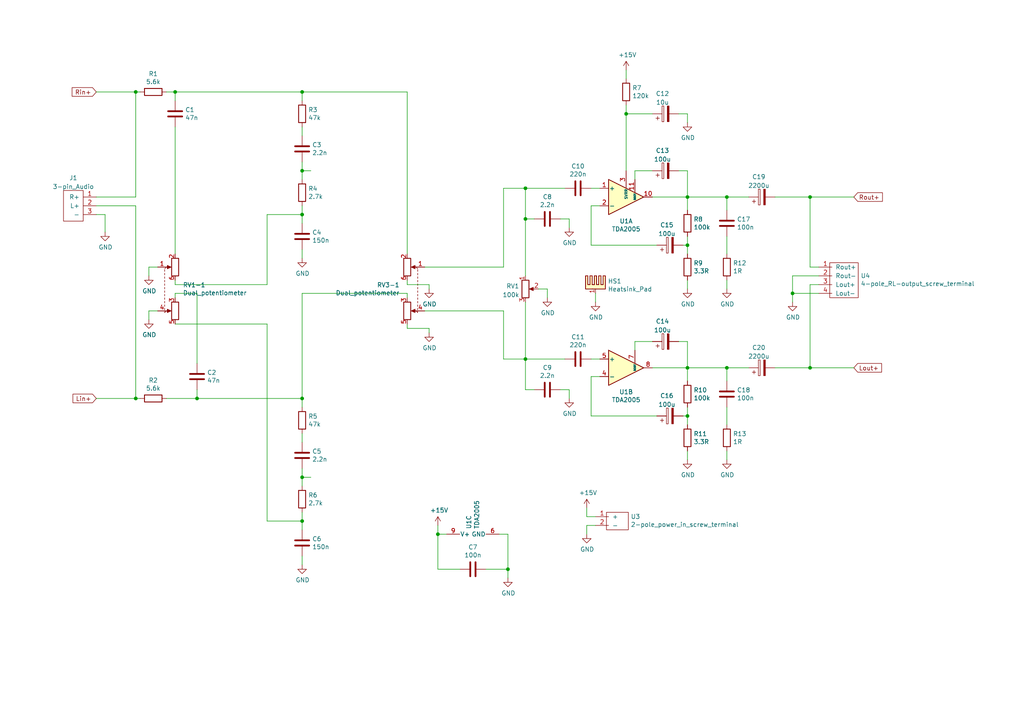
<source format=kicad_sch>
(kicad_sch (version 20231120) (generator "eeschema") (generator_version "8.0")
  (paper "A4")
  (lib_symbols
    (symbol "Amplifier_Audio:TDA2005" (pin_names (offset 0.127))
      (property "Reference" "U" (at 7.62 6.35 0))
      (property "Value" "TDA2005" (at 7.62 3.81 0))
      (symbol "TDA2005_1_1"
        (polyline (pts (xy -5.08 5.08) (xy 5.08 0) (xy -5.08 -5.08) (xy -5.08 5.08)) (stroke (width 0.254)) (fill (type background)))
        (pin input line (at -7.62 2.54 0) (length 2.54) (name "+") (number "1"))
        (pin output line (at 7.62 0 180) (length 2.54) (name "~") (number "10"))
        (pin passive line (at 2.54 5.08 270) (length 3.81) (name "BOOT") (number "11"))
        (pin input line (at -7.62 -2.54 0) (length 2.54) (name "-") (number "2"))
        (pin passive line (at 0 7.62 270) (length 5.08) (name "SVRR") (number "3"))
      )
      (symbol "TDA2005_2_1"
        (polyline (pts (xy -5.08 5.08) (xy 5.08 0) (xy -5.08 -5.08) (xy -5.08 5.08)) (stroke (width 0.254)) (fill (type background)))
        (pin input line (at -7.62 -2.54 0) (length 2.54) (name "-") (number "4"))
        (pin input line (at -7.62 2.54 0) (length 2.54) (name "+") (number "5"))
        (pin passive line (at 2.54 5.08 270) (length 3.81) (name "BOOT") (number "7"))
        (pin output line (at 7.62 0 180) (length 2.54) (name "~") (number "8"))
      )
      (symbol "TDA2005_3_1"
        (pin power_in line (at -2.54 -7.62 90) (length 3.81) (name "GND") (number "6"))
        (pin power_in line (at -2.54 7.62 270) (length 3.81) (name "V+") (number "9"))
      )
    )
    (symbol "Device:C" (pin_numbers hide) (pin_names (offset 0.254))
      (property "Reference" "C" (at 0.635 2.54 0))
      (property "Value" "C" (at 0.635 -2.54 0))
      (symbol "C_0_1"
        (polyline (pts (xy -2.032 -0.762) (xy 2.032 -0.762)) (stroke (width 0.508)))
        (polyline (pts (xy -2.032 0.762) (xy 2.032 0.762)) (stroke (width 0.508)))
      )
      (symbol "C_1_1"
        (pin passive line (at 0 3.81 270) (length 2.794) (name "~") (number "1"))
        (pin passive line (at 0 -3.81 90) (length 2.794) (name "~") (number "2"))
      )
    )
    (symbol "Device:C_Polarized" (pin_numbers hide) (pin_names (offset 0.254))
      (property "Reference" "C" (at 0.635 2.54 0))
      (property "Value" "C_Polarized" (at 0.635 -2.54 0))
      (symbol "C_Polarized_0_1"
        (rectangle (start -2.286 0.508) (end 2.286 1.016))
        (polyline (pts (xy -1.778 2.286) (xy -0.762 2.286)))
        (polyline (pts (xy -1.27 2.794) (xy -1.27 1.778)))
        (rectangle (start 2.286 -0.508) (end -2.286 -1.016) (fill (type outline)))
      )
      (symbol "C_Polarized_1_1"
        (pin passive line (at 0 3.81 270) (length 2.794) (name "~") (number "1"))
        (pin passive line (at 0 -3.81 90) (length 2.794) (name "~") (number "2"))
      )
    )
    (symbol "Device:R" (pin_numbers hide) (pin_names (offset 0))
      (property "Reference" "R" (at 2.032 0 90))
      (property "Value" "R" (at 0 0 90))
      (symbol "R_0_1"
        (rectangle (start -1.016 -2.54) (end 1.016 2.54) (stroke (width 0.254)))
      )
      (symbol "R_1_1"
        (pin passive line (at 0 3.81 270) (length 1.27) (name "~") (number "1"))
        (pin passive line (at 0 -3.81 90) (length 1.27) (name "~") (number "2"))
      )
    )
    (symbol "Device:R_Potentiometer" (pin_names (offset 1.016) hide)
      (property "Reference" "RV" (at -4.445 0 90))
      (property "Value" "R_Potentiometer" (at -2.54 0 90))
      (symbol "R_Potentiometer_0_1"
        (polyline (pts (xy 2.54 0) (xy 1.524 0)))
        (polyline (pts (xy 1.143 0) (xy 2.286 0.508) (xy 2.286 -0.508) (xy 1.143 0)) (fill (type outline)))
        (rectangle (start 1.016 2.54) (end -1.016 -2.54) (stroke (width 0.254)))
      )
      (symbol "R_Potentiometer_1_1"
        (pin passive line (at 0 3.81 270) (length 1.27) (name "1") (number "1"))
        (pin passive line (at 3.81 0 180) (length 1.27) (name "2") (number "2"))
        (pin passive line (at 0 -3.81 90) (length 1.27) (name "3") (number "3"))
      )
    )
    (symbol "Mechanical:Heatsink_Pad" (pin_names (offset 0))
      (property "Reference" "HS" (at 0 5.715 0))
      (property "Value" "Heatsink_Pad" (at 0 3.81 0))
      (symbol "Heatsink_Pad_0_1"
        (polyline (pts (xy -0.3302 0) (xy -0.9652 0) (xy -0.9652 2.54) (xy -1.6002 2.54) (xy -1.6002 0) (xy -2.2352 0) (xy -2.2352 2.54) (xy -2.8702 2.54) (xy -2.8702 -1.27) (xy -0.9652 -1.27)) (stroke (width 0.254)) (fill (type background)))
        (polyline (pts (xy -0.3302 0) (xy -0.3302 2.54) (xy 0.3048 2.54) (xy 0.3048 0) (xy 0.9398 0) (xy 0.9398 2.54) (xy 1.5748 2.54) (xy 1.5748 0) (xy 2.2098 0) (xy 2.2098 2.54) (xy 2.8448 2.54) (xy 2.8448 -1.27) (xy -0.9652 -1.27)) (stroke (width 0.254)) (fill (type background)))
      )
      (symbol "Heatsink_Pad_1_1"
        (pin passive line (at 0 -2.54 90) (length 1.27) (name "~") (number "1"))
      )
    )
    (symbol "My_Headers:3-pin_Audio" (pin_names (offset 1.016))
      (property "Reference" "J" (at -0.635 6.35 0))
      (property "Value" "3-pin_Audio" (at 2.54 -5.715 0))
      (symbol "3-pin_Audio_0_1"
        (polyline (pts (xy -1.27 4.445) (xy 4.445 4.445) (xy 4.445 -3.81) (xy 4.445 -4.445) (xy -1.27 -4.445) (xy -1.27 4.445)) (stroke (width 0.1524)))
      )
      (symbol "3-pin_Audio_1_1"
        (pin bidirectional line (at -5.08 2.54 0) (length 3.81) (name "R+") (number "1"))
        (pin bidirectional line (at -5.08 0 0) (length 3.81) (name "L+") (number "2"))
        (pin bidirectional line (at -5.08 -2.54 0) (length 3.81) (name "-") (number "3"))
      )
    )
    (symbol "My_Parts:2-pole_power_in_screw_terminal" (pin_names (offset 1.016))
      (property "Reference" "U" (at 4.445 3.175 0))
      (property "Value" "2-pole_power_in_screw_terminal" (at 6.35 -5.715 0))
      (symbol "2-pole_power_in_screw_terminal_0_1"
        (rectangle (start 3.175 1.27) (end 9.525 -3.81))
      )
      (symbol "2-pole_power_in_screw_terminal_1_1"
        (pin power_in line (at 0 0 0) (length 3.81) (name "+") (number "1"))
        (pin power_in line (at 0 -2.54 0) (length 3.81) (name "-") (number "2"))
      )
    )
    (symbol "My_Parts:4-pole_RL-output_screw_terminal" (pin_names (offset 1.016))
      (property "Reference" "U" (at 4.445 3.175 0))
      (property "Value" "4-pole_RL-output_screw_terminal" (at 6.35 -10.795 0))
      (symbol "4-pole_RL-output_screw_terminal_0_1"
        (rectangle (start 3.175 1.27) (end 11.43 -8.89))
      )
      (symbol "4-pole_RL-output_screw_terminal_1_1"
        (pin output line (at 0 0 0) (length 3.81) (name "Rout+") (number "1"))
        (pin output line (at 0 -2.54 0) (length 3.81) (name "Rout-") (number "2"))
        (pin output line (at 0 -5.08 0) (length 3.81) (name "Lout+") (number "3"))
        (pin output line (at 0 -7.62 0) (length 3.81) (name "Lout-") (number "4"))
      )
    )
    (symbol "My_Parts:Dual_potentiometer" (pin_names (offset 1.016) hide)
      (property "Reference" "RV" (at 0 3.81 0))
      (property "Value" "Dual_potentiometer" (at 0 1.905 0))
      (symbol "Dual_potentiometer_0_1"
        (rectangle (start -8.89 -1.524) (end -3.81 -3.556) (stroke (width 0.254)))
        (polyline (pts (xy -6.35 0) (xy -6.35 -1.016)))
        (polyline (pts (xy -6.35 0) (xy -6.35 -1.016)))
        (polyline (pts (xy -6.35 0) (xy -5.842 0.508)))
        (polyline (pts (xy -5.588 0.508) (xy -5.08 0.508)))
        (polyline (pts (xy -4.572 0.508) (xy -4.064 0.508)))
        (polyline (pts (xy -3.556 0.508) (xy -3.048 0.508)))
        (polyline (pts (xy -2.54 0.508) (xy -2.032 0.508)))
        (polyline (pts (xy -1.524 0.508) (xy -1.016 0.508)))
        (polyline (pts (xy -0.508 0.508) (xy 0 0.508)))
        (polyline (pts (xy 0.508 0.508) (xy 1.016 0.508)))
        (polyline (pts (xy 1.524 0.508) (xy 2.032 0.508)))
        (polyline (pts (xy 2.54 0.508) (xy 3.048 0.508)))
        (polyline (pts (xy 3.556 0.508) (xy 4.064 0.508)))
        (polyline (pts (xy 4.572 0.508) (xy 5.08 0.508)))
        (polyline (pts (xy 5.588 0.508) (xy 6.096 0.508)))
        (polyline (pts (xy 6.35 0) (xy 6.35 -1.016)))
        (polyline (pts (xy 6.35 0) (xy 6.35 -1.016)))
        (polyline (pts (xy 6.604 0.508) (xy 6.858 0.508) (xy 6.35 0)))
        (polyline (pts (xy -6.35 -1.397) (xy -6.858 -0.254) (xy -5.842 -0.254) (xy -6.35 -1.397)) (fill (type outline)))
        (polyline (pts (xy 6.35 -1.397) (xy 5.842 -0.254) (xy 6.858 -0.254) (xy 6.35 -1.397)) (fill (type outline)))
        (rectangle (start 3.81 -1.524) (end 8.89 -3.556) (stroke (width 0.254)))
      )
      (symbol "Dual_potentiometer_1_1"
        (pin passive line (at -6.35 2.54 270) (length 2.54) (name "2") (number "1"))
        (pin passive line (at -10.16 -2.54 0) (length 1.27) (name "1") (number "2"))
        (pin passive line (at 2.54 -2.54 0) (length 1.27) (name "4") (number "3"))
        (pin passive line (at 6.35 2.54 270) (length 2.54) (name "5") (number "4"))
        (pin passive line (at 10.16 -2.54 180) (length 1.27) (name "6") (number "5"))
        (pin passive line (at -2.54 -2.54 180) (length 1.27) (name "3") (number "6"))
      )
    )
    (symbol "power:+15V" (power) (pin_names (offset 0))
      (property "Value" "+15V" (at 0 3.556 0))
      (symbol "+15V_0_1"
        (polyline (pts (xy -0.762 1.27) (xy 0 2.54)))
        (polyline (pts (xy 0 0) (xy 0 2.54)))
        (polyline (pts (xy 0 2.54) (xy 0.762 1.27)))
      )
      (symbol "+15V_1_1"
        (pin power_in line (at 0 0 90) (length 0) hide (name "+15V") (number "1"))
      )
    )
    (symbol "power:GND" (power) (pin_names (offset 0))
      (property "Value" "GND" (at 0 -3.81 0))
      (symbol "GND_0_1"
        (polyline (pts (xy 0 0) (xy 0 -1.27) (xy 1.27 -1.27) (xy 0 -2.54) (xy -1.27 -1.27) (xy 0 -1.27)))
      )
      (symbol "GND_1_1"
        (pin power_in line (at 0 0 270) (length 0) hide (name "GND") (number "1"))
      )
    )
  )
  (junction (at 87.63 138.43))
  (junction (at 229.87 85.09))
  (junction (at 147.32 165.1))
  (junction (at 234.95 57.15))
  (junction (at 234.95 106.68))
  (junction (at 39.37 26.67))
  (junction (at 127 154.94))
  (junction (at 87.63 115.57))
  (junction (at 39.37 115.57))
  (junction (at 199.39 120.65))
  (junction (at 199.39 57.15))
  (junction (at 181.61 33.02))
  (junction (at 57.15 115.57))
  (junction (at 199.39 106.68))
  (junction (at 152.4 104.14))
  (junction (at 152.4 54.61))
  (junction (at 210.82 106.68))
  (junction (at 152.4 63.5))
  (junction (at 87.63 151.13))
  (junction (at 199.39 71.12))
  (junction (at 87.63 62.23))
  (junction (at 87.63 26.67))
  (junction (at 87.63 49.53))
  (junction (at 50.8 26.67))
  (junction (at 210.82 57.15))
  (wire (pts (xy 199.39 123.19) (xy 199.39 120.65)))
  (wire (pts (xy 87.63 49.53) (xy 90.17 49.53)))
  (wire (pts (xy 181.61 33.02) (xy 181.61 49.53)))
  (wire (pts (xy 199.39 99.06) (xy 199.39 106.68)))
  (wire (pts (xy 181.61 30.48) (xy 181.61 33.02)))
  (wire (pts (xy 30.48 62.23) (xy 27.94 62.23)))
  (wire (pts (xy 87.63 62.23) (xy 87.63 64.77)))
  (wire (pts (xy 129.54 154.94) (xy 127 154.94)))
  (wire (pts (xy 217.17 106.68) (xy 210.82 106.68)))
  (wire (pts (xy 173.99 54.61) (xy 171.45 54.61)))
  (wire (pts (xy 118.11 95.25) (xy 118.11 93.98)))
  (wire (pts (xy 196.85 99.06) (xy 199.39 99.06)))
  (wire (pts (xy 210.82 81.28) (xy 210.82 83.82)))
  (wire (pts (xy 146.05 90.17) (xy 146.05 104.14)))
  (wire (pts (xy 190.5 120.65) (xy 171.45 120.65)))
  (wire (pts (xy 87.63 85.09) (xy 118.11 85.09)))
  (wire (pts (xy 199.39 57.15) (xy 189.23 57.15)))
  (wire (pts (xy 39.37 115.57) (xy 27.94 115.57)))
  (wire (pts (xy 165.1 113.03) (xy 162.56 113.03)))
  (wire (pts (xy 152.4 54.61) (xy 163.83 54.61)))
  (wire (pts (xy 199.39 120.65) (xy 198.12 120.65)))
  (wire (pts (xy 50.8 85.09) (xy 57.15 85.09)))
  (wire (pts (xy 229.87 85.09) (xy 229.87 80.01)))
  (wire (pts (xy 50.8 26.67) (xy 50.8 29.21)))
  (wire (pts (xy 237.49 85.09) (xy 229.87 85.09)))
  (wire (pts (xy 57.15 113.03) (xy 57.15 115.57)))
  (wire (pts (xy 147.32 167.64) (xy 147.32 165.1)))
  (wire (pts (xy 247.65 57.15) (xy 234.95 57.15)))
  (wire (pts (xy 50.8 81.28) (xy 50.8 82.55)))
  (wire (pts (xy 190.5 71.12) (xy 171.45 71.12)))
  (wire (pts (xy 163.83 104.14) (xy 152.4 104.14)))
  (wire (pts (xy 87.63 72.39) (xy 87.63 74.93)))
  (wire (pts (xy 127 154.94) (xy 127 152.4)))
  (wire (pts (xy 189.23 33.02) (xy 181.61 33.02)))
  (wire (pts (xy 154.94 113.03) (xy 152.4 113.03)))
  (wire (pts (xy 173.99 104.14) (xy 171.45 104.14)))
  (wire (pts (xy 234.95 57.15) (xy 224.79 57.15)))
  (wire (pts (xy 171.45 59.69) (xy 173.99 59.69)))
  (wire (pts (xy 199.39 68.58) (xy 199.39 71.12)))
  (wire (pts (xy 184.15 49.53) (xy 184.15 52.07)))
  (wire (pts (xy 127 165.1) (xy 133.35 165.1)))
  (wire (pts (xy 43.18 77.47) (xy 43.18 80.01)))
  (wire (pts (xy 87.63 36.83) (xy 87.63 39.37)))
  (wire (pts (xy 45.72 77.47) (xy 43.18 77.47)))
  (wire (pts (xy 87.63 151.13) (xy 87.63 153.67)))
  (wire (pts (xy 146.05 104.14) (xy 152.4 104.14)))
  (wire (pts (xy 39.37 26.67) (xy 27.94 26.67)))
  (wire (pts (xy 229.87 80.01) (xy 237.49 80.01)))
  (wire (pts (xy 50.8 73.66) (xy 50.8 36.83)))
  (wire (pts (xy 27.94 57.15) (xy 39.37 57.15)))
  (wire (pts (xy 146.05 77.47) (xy 146.05 54.61)))
  (wire (pts (xy 87.63 26.67) (xy 50.8 26.67)))
  (wire (pts (xy 199.39 130.81) (xy 199.39 133.35)))
  (wire (pts (xy 199.39 33.02) (xy 196.85 33.02)))
  (wire (pts (xy 50.8 86.36) (xy 50.8 85.09)))
  (wire (pts (xy 124.46 95.25) (xy 124.46 96.52)))
  (wire (pts (xy 147.32 154.94) (xy 147.32 165.1)))
  (wire (pts (xy 87.63 135.89) (xy 87.63 138.43)))
  (wire (pts (xy 39.37 59.69) (xy 27.94 59.69)))
  (wire (pts (xy 87.63 46.99) (xy 87.63 49.53)))
  (wire (pts (xy 199.39 35.56) (xy 199.39 33.02)))
  (wire (pts (xy 147.32 165.1) (xy 140.97 165.1)))
  (wire (pts (xy 210.82 118.11) (xy 210.82 123.19)))
  (wire (pts (xy 50.8 82.55) (xy 77.47 82.55)))
  (wire (pts (xy 170.18 149.86) (xy 170.18 147.32)))
  (wire (pts (xy 229.87 87.63) (xy 229.87 85.09)))
  (wire (pts (xy 87.63 115.57) (xy 87.63 118.11)))
  (wire (pts (xy 237.49 82.55) (xy 234.95 82.55)))
  (wire (pts (xy 154.94 63.5) (xy 152.4 63.5)))
  (wire (pts (xy 171.45 71.12) (xy 171.45 59.69)))
  (wire (pts (xy 87.63 85.09) (xy 87.63 115.57)))
  (wire (pts (xy 165.1 63.5) (xy 162.56 63.5)))
  (wire (pts (xy 171.45 109.22) (xy 173.99 109.22)))
  (wire (pts (xy 124.46 95.25) (xy 118.11 95.25)))
  (wire (pts (xy 199.39 57.15) (xy 210.82 57.15)))
  (wire (pts (xy 189.23 49.53) (xy 184.15 49.53)))
  (wire (pts (xy 170.18 152.4) (xy 170.18 154.94)))
  (wire (pts (xy 189.23 99.06) (xy 184.15 99.06)))
  (wire (pts (xy 118.11 81.28) (xy 118.11 82.55)))
  (wire (pts (xy 123.19 90.17) (xy 146.05 90.17)))
  (wire (pts (xy 199.39 106.68) (xy 210.82 106.68)))
  (wire (pts (xy 234.95 106.68) (xy 247.65 106.68)))
  (wire (pts (xy 199.39 60.96) (xy 199.39 57.15)))
  (wire (pts (xy 234.95 77.47) (xy 234.95 57.15)))
  (wire (pts (xy 210.82 130.81) (xy 210.82 133.35)))
  (wire (pts (xy 199.39 81.28) (xy 199.39 83.82)))
  (wire (pts (xy 40.64 26.67) (xy 39.37 26.67)))
  (wire (pts (xy 57.15 85.09) (xy 57.15 105.41)))
  (wire (pts (xy 152.4 63.5) (xy 152.4 54.61)))
  (wire (pts (xy 118.11 73.66) (xy 118.11 26.67)))
  (wire (pts (xy 87.63 59.69) (xy 87.63 62.23)))
  (wire (pts (xy 87.63 161.29) (xy 87.63 163.83)))
  (wire (pts (xy 152.4 80.01) (xy 152.4 63.5)))
  (wire (pts (xy 118.11 86.36) (xy 118.11 85.09)))
  (wire (pts (xy 87.63 138.43) (xy 90.17 138.43)))
  (wire (pts (xy 234.95 82.55) (xy 234.95 106.68)))
  (wire (pts (xy 77.47 151.13) (xy 87.63 151.13)))
  (wire (pts (xy 146.05 54.61) (xy 152.4 54.61)))
  (wire (pts (xy 156.21 83.82) (xy 158.75 83.82)))
  (wire (pts (xy 87.63 148.59) (xy 87.63 151.13)))
  (wire (pts (xy 210.82 57.15) (xy 210.82 60.96)))
  (wire (pts (xy 237.49 77.47) (xy 234.95 77.47)))
  (wire (pts (xy 127 154.94) (xy 127 165.1)))
  (wire (pts (xy 144.78 154.94) (xy 147.32 154.94)))
  (wire (pts (xy 77.47 62.23) (xy 87.63 62.23)))
  (wire (pts (xy 123.19 77.47) (xy 146.05 77.47)))
  (wire (pts (xy 172.72 149.86) (xy 170.18 149.86)))
  (wire (pts (xy 158.75 83.82) (xy 158.75 86.36)))
  (wire (pts (xy 199.39 71.12) (xy 198.12 71.12)))
  (wire (pts (xy 87.63 26.67) (xy 87.63 29.21)))
  (wire (pts (xy 199.39 106.68) (xy 189.23 106.68)))
  (wire (pts (xy 40.64 115.57) (xy 39.37 115.57)))
  (wire (pts (xy 57.15 115.57) (xy 48.26 115.57)))
  (wire (pts (xy 199.39 118.11) (xy 199.39 120.65)))
  (wire (pts (xy 43.18 90.17) (xy 43.18 92.71)))
  (wire (pts (xy 199.39 49.53) (xy 199.39 57.15)))
  (wire (pts (xy 171.45 120.65) (xy 171.45 109.22)))
  (wire (pts (xy 87.63 125.73) (xy 87.63 128.27)))
  (wire (pts (xy 30.48 62.23) (xy 30.48 67.31)))
  (wire (pts (xy 224.79 106.68) (xy 234.95 106.68)))
  (wire (pts (xy 172.72 85.09) (xy 172.72 87.63)))
  (wire (pts (xy 196.85 49.53) (xy 199.39 49.53)))
  (wire (pts (xy 217.17 57.15) (xy 210.82 57.15)))
  (wire (pts (xy 152.4 104.14) (xy 152.4 113.03)))
  (wire (pts (xy 165.1 66.04) (xy 165.1 63.5)))
  (wire (pts (xy 181.61 22.86) (xy 181.61 20.32)))
  (wire (pts (xy 77.47 93.98) (xy 77.47 151.13)))
  (wire (pts (xy 152.4 104.14) (xy 152.4 87.63)))
  (wire (pts (xy 57.15 115.57) (xy 87.63 115.57)))
  (wire (pts (xy 184.15 99.06) (xy 184.15 101.6)))
  (wire (pts (xy 87.63 138.43) (xy 87.63 140.97)))
  (wire (pts (xy 199.39 110.49) (xy 199.39 106.68)))
  (wire (pts (xy 77.47 82.55) (xy 77.47 62.23)))
  (wire (pts (xy 50.8 93.98) (xy 77.47 93.98)))
  (wire (pts (xy 124.46 82.55) (xy 124.46 83.82)))
  (wire (pts (xy 118.11 82.55) (xy 124.46 82.55)))
  (wire (pts (xy 210.82 68.58) (xy 210.82 73.66)))
  (wire (pts (xy 39.37 57.15) (xy 39.37 26.67)))
  (wire (pts (xy 199.39 73.66) (xy 199.39 71.12)))
  (wire (pts (xy 165.1 115.57) (xy 165.1 113.03)))
  (wire (pts (xy 87.63 49.53) (xy 87.63 52.07)))
  (wire (pts (xy 50.8 26.67) (xy 48.26 26.67)))
  (wire (pts (xy 39.37 59.69) (xy 39.37 115.57)))
  (wire (pts (xy 210.82 106.68) (xy 210.82 110.49)))
  (wire (pts (xy 118.11 26.67) (xy 87.63 26.67)))
  (wire (pts (xy 172.72 152.4) (xy 170.18 152.4)))
  (wire (pts (xy 43.18 90.17) (xy 45.72 90.17)))
  (global_label "Rout+" (shape input) (at 247.65 57.15 0) (property "Intersheetrefs" "${INTERSHEET_REFS}" (effects (hide yes))))
  (global_label "Lout+" (shape input) (at 247.65 106.68 0) (property "Intersheetrefs" "${INTERSHEET_REFS}" (effects (hide yes))))
  (global_label "Rin+" (shape input) (at 27.94 26.67 180) (property "Intersheetrefs" "${INTERSHEET_REFS}" (effects (hide yes))))
  (global_label "Lin+" (shape input) (at 27.94 115.57 180) (property "Intersheetrefs" "${INTERSHEET_REFS}" (effects (hide yes))))
  (symbol (lib_id "Amplifier_Audio:TDA2005") (at 181.61 57.15 0) (unit 1)
    (property "Reference" "U1" (at 181.61 64.135 0))
    (property "Value" "TDA2005" (at 181.61 66.4464 0))
    (property "Footprint" "My_Misc:TO-220-11_P3.4x5.08mm_StaggerOdd_Lead4.85mm_Vertical_large" (effects (hide yes)))
    (property "Datasheet" "http://www.st.com/resource/en/datasheet/cd00000124.pdf" (effects (hide yes)))
  )
  (symbol (lib_id "Amplifier_Audio:TDA2005") (at 181.61 106.68 0) (unit 2)
    (property "Reference" "U1" (at 181.61 113.665 0))
    (property "Value" "TDA2005" (at 181.61 115.9764 0))
    (property "Footprint" "My_Misc:TO-220-11_P3.4x5.08mm_StaggerOdd_Lead4.85mm_Vertical_large" (effects (hide yes)))
    (property "Datasheet" "http://www.st.com/resource/en/datasheet/cd00000124.pdf" (effects (hide yes)))
  )
  (symbol (lib_id "Device:R") (at 181.61 26.67 0) (unit 1)
    (property "Reference" "R7" (at 183.388 25.5016 0) (effects (justify left)))
    (property "Value" "120k" (at 183.388 27.813 0) (effects (justify left)))
    (property "Footprint" "My_Misc:R_Axial_DIN0414_L11.9mm_D4.5mm_P15.24mm_Horizontal_larger" (effects (hide yes)))
  )
  (symbol (lib_id "power:+15V") (at 181.61 20.32 0) (unit 1)
    (property "Reference" "#PWR012" (effects (hide yes)))
    (property "Value" "+15V" (at 181.991 15.9258 0))
  )
  (symbol (lib_id "power:GND") (at 199.39 35.56 0) (unit 1)
    (property "Reference" "#PWR013" (effects (hide yes)))
    (property "Value" "GND" (at 199.517 39.9542 0))
  )
  (symbol (lib_id "Device:R") (at 199.39 64.77 0) (unit 1)
    (property "Reference" "R8" (at 201.168 63.6016 0) (effects (justify left)))
    (property "Value" "100k" (at 201.168 65.913 0) (effects (justify left)))
    (property "Footprint" "My_Misc:R_Axial_DIN0414_L11.9mm_D4.5mm_P15.24mm_Horizontal_larger" (effects (hide yes)))
  )
  (symbol (lib_id "Device:C") (at 210.82 64.77 0) (unit 1)
    (property "Reference" "C17" (at 213.741 63.6016 0) (effects (justify left)))
    (property "Value" "100n" (at 213.741 65.913 0) (effects (justify left)))
    (property "Footprint" "My_Misc:C_Disc_D7.5mm_W2.5mm_P5.00mm_larger" (effects (hide yes)))
  )
  (symbol (lib_id "Device:R") (at 199.39 77.47 0) (unit 1)
    (property "Reference" "R9" (at 201.168 76.3016 0) (effects (justify left)))
    (property "Value" "3.3R" (at 201.168 78.613 0) (effects (justify left)))
    (property "Footprint" "My_Misc:R_Axial_DIN0414_L11.9mm_D4.5mm_P15.24mm_Horizontal_larger" (effects (hide yes)))
  )
  (symbol (lib_id "power:GND") (at 199.39 83.82 0) (unit 1)
    (property "Reference" "#PWR014" (effects (hide yes)))
    (property "Value" "GND" (at 199.517 88.2142 0))
  )
  (symbol (lib_id "Device:R") (at 210.82 77.47 0) (unit 1)
    (property "Reference" "R12" (at 212.598 76.3016 0) (effects (justify left)))
    (property "Value" "1R" (at 212.598 78.613 0) (effects (justify left)))
    (property "Footprint" "My_Misc:R_Axial_DIN0414_L11.9mm_D4.5mm_P15.24mm_Horizontal_larger" (effects (hide yes)))
  )
  (symbol (lib_id "power:GND") (at 210.82 83.82 0) (unit 1)
    (property "Reference" "#PWR016" (effects (hide yes)))
    (property "Value" "GND" (at 210.947 88.2142 0))
  )
  (symbol (lib_id "My_Parts:4-pole_RL-output_screw_terminal") (at 237.49 77.47 0) (unit 1)
    (property "Reference" "U4" (at 249.6312 79.9846 0) (effects (justify left)))
    (property "Value" "4-pole_RL-output_screw_terminal" (at 249.6312 82.296 0) (effects (justify left)))
    (property "Footprint" "My_Parts:4-pole_screw_terminal_RL_output" (effects (hide yes)))
  )
  (symbol (lib_id "My_Parts:2-pole_power_in_screw_terminal") (at 172.72 149.86 0) (unit 1)
    (property "Reference" "U3" (at 182.9308 149.8346 0) (effects (justify left)))
    (property "Value" "2-pole_power_in_screw_terminal" (at 182.9308 152.146 0) (effects (justify left)))
    (property "Footprint" "My_Parts:2-pole_power_in_screw_terminal" (effects (hide yes)))
  )
  (symbol (lib_id "Device:R") (at 199.39 114.3 0) (unit 1)
    (property "Reference" "R10" (at 201.168 113.1316 0) (effects (justify left)))
    (property "Value" "100k" (at 201.168 115.443 0) (effects (justify left)))
    (property "Footprint" "My_Misc:R_Axial_DIN0414_L11.9mm_D4.5mm_P15.24mm_Horizontal_larger" (effects (hide yes)))
  )
  (symbol (lib_id "Device:C") (at 210.82 114.3 0) (unit 1)
    (property "Reference" "C18" (at 213.741 113.1316 0) (effects (justify left)))
    (property "Value" "100n" (at 213.741 115.443 0) (effects (justify left)))
    (property "Footprint" "My_Misc:C_Disc_D7.5mm_W2.5mm_P5.00mm_larger" (effects (hide yes)))
  )
  (symbol (lib_id "Device:R") (at 199.39 127 0) (unit 1)
    (property "Reference" "R11" (at 201.168 125.8316 0) (effects (justify left)))
    (property "Value" "3.3R" (at 201.168 128.143 0) (effects (justify left)))
    (property "Footprint" "My_Misc:R_Axial_DIN0414_L11.9mm_D4.5mm_P15.24mm_Horizontal_larger" (effects (hide yes)))
  )
  (symbol (lib_id "power:GND") (at 199.39 133.35 0) (unit 1)
    (property "Reference" "#PWR015" (effects (hide yes)))
    (property "Value" "GND" (at 199.517 137.7442 0))
  )
  (symbol (lib_id "Device:R") (at 210.82 127 0) (unit 1)
    (property "Reference" "R13" (at 212.598 125.8316 0) (effects (justify left)))
    (property "Value" "1R" (at 212.598 128.143 0) (effects (justify left)))
    (property "Footprint" "My_Misc:R_Axial_DIN0414_L11.9mm_D4.5mm_P15.24mm_Horizontal_larger" (effects (hide yes)))
  )
  (symbol (lib_id "power:GND") (at 210.82 133.35 0) (unit 1)
    (property "Reference" "#PWR017" (effects (hide yes)))
    (property "Value" "GND" (at 210.947 137.7442 0))
  )
  (symbol (lib_id "power:+15V") (at 170.18 147.32 0) (unit 1)
    (property "Reference" "#PWR019" (effects (hide yes)))
    (property "Value" "+15V" (at 170.561 142.9258 0))
  )
  (symbol (lib_id "power:GND") (at 170.18 154.94 0) (unit 1)
    (property "Reference" "#PWR020" (effects (hide yes)))
    (property "Value" "GND" (at 170.307 159.3342 0))
  )
  (symbol (lib_id "Amplifier_Audio:TDA2005") (at 137.16 152.4 90) (unit 3)
    (property "Reference" "U1" (at 135.9916 153.4668 0) (effects (justify left)))
    (property "Value" "TDA2005" (at 138.303 153.4668 0) (effects (justify left)))
    (property "Footprint" "My_Misc:TO-220-11_P3.4x5.08mm_StaggerOdd_Lead4.85mm_Vertical_large" (effects (hide yes)))
    (property "Datasheet" "http://www.st.com/resource/en/datasheet/cd00000124.pdf" (effects (hide yes)))
  )
  (symbol (lib_id "Device:C") (at 137.16 165.1 270) (unit 1)
    (property "Reference" "C7" (at 137.16 158.6992 90))
    (property "Value" "100n" (at 137.16 161.0106 90))
    (property "Footprint" "My_Misc:C_Disc_D7.5mm_W2.5mm_P5.00mm_larger" (effects (hide yes)))
  )
  (symbol (lib_id "power:+15V") (at 127 152.4 0) (unit 1)
    (property "Reference" "#PWR07" (effects (hide yes)))
    (property "Value" "+15V" (at 127.381 148.0058 0))
  )
  (symbol (lib_id "power:GND") (at 147.32 167.64 0) (unit 1)
    (property "Reference" "#PWR08" (effects (hide yes)))
    (property "Value" "GND" (at 147.447 172.0342 0))
  )
  (symbol (lib_id "Device:C") (at 167.64 54.61 270) (unit 1)
    (property "Reference" "C10" (at 167.64 48.2092 90))
    (property "Value" "220n" (at 167.64 50.5206 90))
    (property "Footprint" "My_Misc:C_Disc_D7.5mm_W2.5mm_P5.00mm_larger" (effects (hide yes)))
  )
  (symbol (lib_id "Device:C") (at 167.64 104.14 270) (unit 1)
    (property "Reference" "C11" (at 167.64 97.7392 90))
    (property "Value" "220n" (at 167.64 100.0506 90))
    (property "Footprint" "My_Misc:C_Disc_D7.5mm_W2.5mm_P5.00mm_larger" (effects (hide yes)))
  )
  (symbol (lib_id "power:GND") (at 158.75 86.36 0) (unit 1)
    (property "Reference" "#PWR09" (effects (hide yes)))
    (property "Value" "GND" (at 158.877 90.7542 0))
  )
  (symbol (lib_id "Device:C") (at 158.75 63.5 270) (unit 1)
    (property "Reference" "C8" (at 158.75 57.0992 90))
    (property "Value" "2.2n" (at 158.75 59.4106 90))
    (property "Footprint" "My_Misc:C_Disc_D7.5mm_W2.5mm_P5.00mm_larger" (effects (hide yes)))
  )
  (symbol (lib_id "power:GND") (at 165.1 66.04 0) (unit 1)
    (property "Reference" "#PWR010" (effects (hide yes)))
    (property "Value" "GND" (at 165.227 70.4342 0))
  )
  (symbol (lib_id "Device:C") (at 158.75 113.03 270) (unit 1)
    (property "Reference" "C9" (at 158.75 106.6292 90))
    (property "Value" "2.2n" (at 158.75 108.9406 90))
    (property "Footprint" "My_Misc:C_Disc_D7.5mm_W2.5mm_P5.00mm_larger" (effects (hide yes)))
  )
  (symbol (lib_id "power:GND") (at 165.1 115.57 0) (unit 1)
    (property "Reference" "#PWR011" (effects (hide yes)))
    (property "Value" "GND" (at 165.227 119.9642 0))
  )
  (symbol (lib_id "My_Parts:Dual_potentiometer") (at 120.65 83.82 270) (unit 1)
    (property "Reference" "RV3-1" (at 115.9002 82.6516 90) (effects (justify right)))
    (property "Value" "Dual_potentiometer" (at 115.9002 84.963 90) (effects (justify right)))
    (property "Footprint" "My_Misc:Potentiometer_Piher_PC-16_Dual_Horizontal_larger" (effects (hide yes)))
  )
  (symbol (lib_id "power:GND") (at 30.48 67.31 0) (unit 1)
    (property "Reference" "#PWR018" (effects (hide yes)))
    (property "Value" "GND" (at 30.607 71.7042 0))
  )
  (symbol (lib_id "power:GND") (at 124.46 96.52 0) (unit 1)
    (property "Reference" "#PWR06" (effects (hide yes)))
    (property "Value" "GND" (at 124.587 100.9142 0))
  )
  (symbol (lib_id "power:GND") (at 124.46 83.82 0) (unit 1)
    (property "Reference" "#PWR05" (effects (hide yes)))
    (property "Value" "GND" (at 124.587 88.2142 0))
  )
  (symbol (lib_id "Device:R") (at 87.63 33.02 0) (unit 1)
    (property "Reference" "R3" (at 89.408 31.8516 0) (effects (justify left)))
    (property "Value" "47k" (at 89.408 34.163 0) (effects (justify left)))
    (property "Footprint" "My_Misc:R_Axial_DIN0414_L11.9mm_D4.5mm_P15.24mm_Horizontal_larger" (effects (hide yes)))
  )
  (symbol (lib_id "Device:C") (at 87.63 43.18 0) (unit 1)
    (property "Reference" "C3" (at 90.551 42.0116 0) (effects (justify left)))
    (property "Value" "2.2n" (at 90.551 44.323 0) (effects (justify left)))
    (property "Footprint" "My_Misc:C_Disc_D7.5mm_W2.5mm_P5.00mm_larger" (effects (hide yes)))
  )
  (symbol (lib_id "Device:R") (at 87.63 55.88 0) (unit 1)
    (property "Reference" "R4" (at 89.408 54.7116 0) (effects (justify left)))
    (property "Value" "2.7k" (at 89.408 57.023 0) (effects (justify left)))
    (property "Footprint" "My_Misc:R_Axial_DIN0414_L11.9mm_D4.5mm_P15.24mm_Horizontal_larger" (effects (hide yes)))
  )
  (symbol (lib_id "Device:C") (at 87.63 68.58 0) (unit 1)
    (property "Reference" "C4" (at 90.551 67.4116 0) (effects (justify left)))
    (property "Value" "150n" (at 90.551 69.723 0) (effects (justify left)))
    (property "Footprint" "My_Misc:C_Disc_D7.5mm_W2.5mm_P5.00mm_larger" (effects (hide yes)))
  )
  (symbol (lib_id "power:GND") (at 229.87 87.63 0) (unit 1)
    (property "Reference" "#PWR021" (effects (hide yes)))
    (property "Value" "GND" (at 229.997 92.0242 0))
  )
  (symbol (lib_id "power:GND") (at 87.63 74.93 0) (unit 1)
    (property "Reference" "#PWR03" (effects (hide yes)))
    (property "Value" "GND" (at 87.757 79.3242 0))
  )
  (symbol (lib_id "Device:C") (at 50.8 33.02 0) (unit 1)
    (property "Reference" "C1" (at 53.721 31.8516 0) (effects (justify left)))
    (property "Value" "47n" (at 53.721 34.163 0) (effects (justify left)))
    (property "Footprint" "My_Misc:C_Disc_D7.5mm_W2.5mm_P5.00mm_larger" (effects (hide yes)))
  )
  (symbol (lib_id "Device:R") (at 44.45 26.67 270) (unit 1)
    (property "Reference" "R1" (at 44.45 21.4122 90))
    (property "Value" "5.6k" (at 44.45 23.7236 90))
    (property "Footprint" "My_Misc:R_Axial_DIN0414_L11.9mm_D4.5mm_P15.24mm_Horizontal_larger" (effects (hide yes)))
  )
  (symbol (lib_id "Device:R") (at 87.63 121.92 0) (unit 1)
    (property "Reference" "R5" (at 89.408 120.7516 0) (effects (justify left)))
    (property "Value" "47k" (at 89.408 123.063 0) (effects (justify left)))
    (property "Footprint" "My_Misc:R_Axial_DIN0414_L11.9mm_D4.5mm_P15.24mm_Horizontal_larger" (effects (hide yes)))
  )
  (symbol (lib_id "Device:C") (at 87.63 132.08 0) (unit 1)
    (property "Reference" "C5" (at 90.551 130.9116 0) (effects (justify left)))
    (property "Value" "2.2n" (at 90.551 133.223 0) (effects (justify left)))
    (property "Footprint" "My_Misc:C_Disc_D7.5mm_W2.5mm_P5.00mm_larger" (effects (hide yes)))
  )
  (symbol (lib_id "Device:R") (at 87.63 144.78 0) (unit 1)
    (property "Reference" "R6" (at 89.408 143.6116 0) (effects (justify left)))
    (property "Value" "2.7k" (at 89.408 145.923 0) (effects (justify left)))
    (property "Footprint" "My_Misc:R_Axial_DIN0414_L11.9mm_D4.5mm_P15.24mm_Horizontal_larger" (effects (hide yes)))
  )
  (symbol (lib_id "Device:C") (at 87.63 157.48 0) (unit 1)
    (property "Reference" "C6" (at 90.551 156.3116 0) (effects (justify left)))
    (property "Value" "150n" (at 90.551 158.623 0) (effects (justify left)))
    (property "Footprint" "My_Misc:C_Disc_D7.5mm_W2.5mm_P5.00mm_larger" (effects (hide yes)))
  )
  (symbol (lib_id "power:GND") (at 87.63 163.83 0) (unit 1)
    (property "Reference" "#PWR04" (effects (hide yes)))
    (property "Value" "GND" (at 87.757 168.2242 0))
  )
  (symbol (lib_id "Device:C") (at 57.15 109.22 0) (unit 1)
    (property "Reference" "C2" (at 60.071 108.0516 0) (effects (justify left)))
    (property "Value" "47n" (at 60.071 110.363 0) (effects (justify left)))
    (property "Footprint" "My_Misc:C_Disc_D7.5mm_W2.5mm_P5.00mm_larger" (effects (hide yes)))
  )
  (symbol (lib_id "Device:R") (at 44.45 115.57 270) (unit 1)
    (property "Reference" "R2" (at 44.45 110.3122 90))
    (property "Value" "5.6k" (at 44.45 112.6236 90))
    (property "Footprint" "My_Misc:R_Axial_DIN0414_L11.9mm_D4.5mm_P15.24mm_Horizontal_larger" (effects (hide yes)))
  )
  (symbol (lib_id "My_Parts:Dual_potentiometer") (at 48.26 83.82 90) (mirror x) (unit 1)
    (property "Reference" "RV1-1" (at 53.0352 82.6516 90) (effects (justify right)))
    (property "Value" "Dual_potentiometer" (at 53.0352 84.963 90) (effects (justify right)))
    (property "Footprint" "My_Misc:Potentiometer_Piher_PC-16_Dual_Horizontal_larger" (effects (hide yes)))
  )
  (symbol (lib_id "power:GND") (at 43.18 80.01 0) (unit 1)
    (property "Reference" "#PWR01" (effects (hide yes)))
    (property "Value" "GND" (at 43.307 84.4042 0))
  )
  (symbol (lib_id "power:GND") (at 43.18 92.71 0) (unit 1)
    (property "Reference" "#PWR02" (effects (hide yes)))
    (property "Value" "GND" (at 43.307 97.1042 0))
  )
  (symbol (lib_id "Mechanical:Heatsink_Pad") (at 172.72 82.55 0) (unit 1)
    (property "Reference" "HS1" (at 176.3014 81.5594 0) (effects (justify left)))
    (property "Value" "Heatsink_Pad" (at 176.3014 83.8708 0) (effects (justify left)))
    (property "Footprint" "My_Heatsinks:EK-41002859" (effects (hide yes)))
  )
  (symbol (lib_id "power:GND") (at 172.72 87.63 0) (unit 1)
    (property "Reference" "#PWR0101" (effects (hide yes)))
    (property "Value" "GND" (at 172.847 92.0242 0))
  )
  (symbol (lib_id "Device:C_Polarized") (at 193.04 33.02 90) (unit 1)
    (property "Reference" "C12" (at 192.151 27.1612 90))
    (property "Value" "10u" (at 192.151 29.6981 90))
  )
  (symbol (lib_id "Device:C_Polarized") (at 193.04 99.06 90) (unit 1)
    (property "Reference" "C14" (at 192.151 93.2012 90))
    (property "Value" "100u" (at 192.151 95.7381 90))
  )
  (symbol (lib_id "Device:C_Polarized") (at 194.31 71.12 90) (unit 1)
    (property "Reference" "C15" (at 193.421 65.2612 90))
    (property "Value" "100u" (at 193.421 67.7981 90))
  )
  (symbol (lib_id "Device:C_Polarized") (at 220.98 106.68 90) (unit 1)
    (property "Reference" "C20" (at 220.091 100.8212 90))
    (property "Value" "2200u" (at 220.091 103.3581 90))
  )
  (symbol (lib_id "Device:C_Polarized") (at 193.04 49.53 90) (unit 1)
    (property "Reference" "C13" (at 192.151 43.6712 90))
    (property "Value" "100u" (at 192.151 46.2081 90))
  )
  (symbol (lib_id "My_Headers:3-pin_Audio") (at 22.86 59.69 0) (mirror y) (unit 1)
    (property "Reference" "J1" (at 21.2725 51.596 0))
    (property "Value" "3-pin_Audio" (at 21.2725 54.1329 0))
  )
  (symbol (lib_id "Device:C_Polarized") (at 194.31 120.65 90) (unit 1)
    (property "Reference" "C16" (at 193.421 114.7912 90))
    (property "Value" "100u" (at 193.421 117.3281 90))
  )
  (symbol (lib_id "Device:R_Potentiometer") (at 152.4 83.82 0) (unit 1)
    (property "Reference" "RV1" (at 150.6221 82.9853 0) (effects (justify right)))
    (property "Value" "100k" (at 150.6221 85.5222 0) (effects (justify right)))
  )
  (symbol (lib_id "Device:C_Polarized") (at 220.98 57.15 90) (unit 1)
    (property "Reference" "C19" (at 220.091 51.2912 90))
    (property "Value" "2200u" (at 220.091 53.8281 90))
  )
)
</source>
